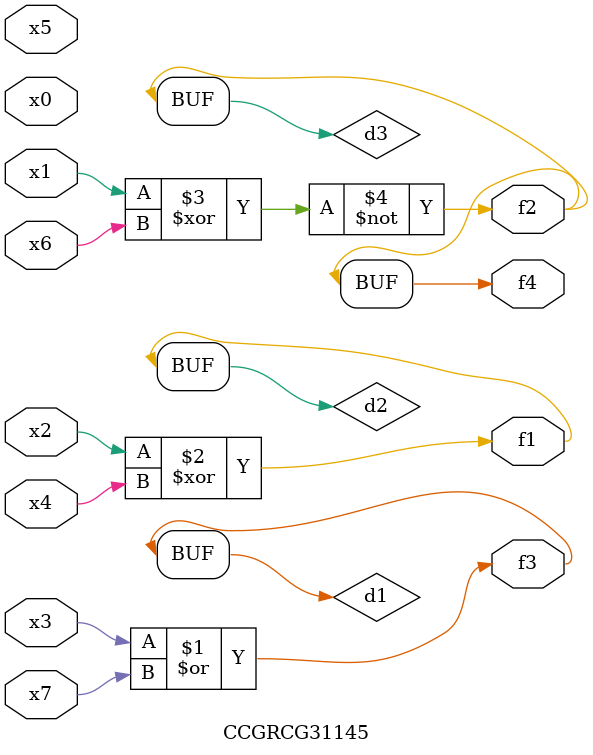
<source format=v>
module CCGRCG31145(
	input x0, x1, x2, x3, x4, x5, x6, x7,
	output f1, f2, f3, f4
);

	wire d1, d2, d3;

	or (d1, x3, x7);
	xor (d2, x2, x4);
	xnor (d3, x1, x6);
	assign f1 = d2;
	assign f2 = d3;
	assign f3 = d1;
	assign f4 = d3;
endmodule

</source>
